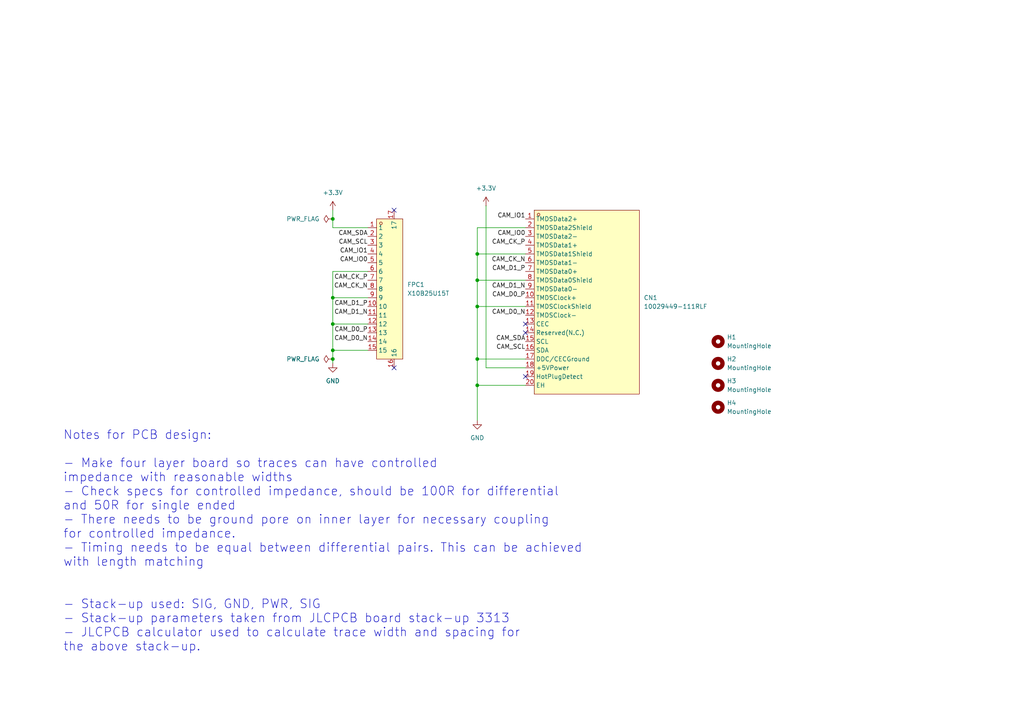
<source format=kicad_sch>
(kicad_sch (version 20231120) (generator "eeschema") (generator_version "8.0")
  (paper "A4")
  (lib_symbols
    (symbol "Mechanical:MountingHole" (pin_names (offset 1.016)) (exclude_from_sim yes) (in_bom no)
      (property "Reference" "H" (at 0 5.08 0))
      (property "Value" "MountingHole" (at 0 3.175 0))
      (symbol "MountingHole_0_1"
        (circle (center 0 0) (radius 1.27) (stroke (width 1.27)))
      )
    )
    (symbol "jlcpcb:10029449-111RLF"
      (property "Reference" "CN" (at 0 30.48 0))
      (property "Value" "10029449-111RLF" (at 0 -27.94 0))
      (symbol "10029449-111RLF_0_1"
        (rectangle (start -12.7 27.94) (end 17.78 -25.4) (fill (type background)))
        (circle (center -11.43 26.67) (radius 0.38))
        (pin unspecified line (at -15.24 25.4 0) (length 2.54) (name "TMDSData2+") (number "1"))
        (pin unspecified line (at -15.24 2.54 0) (length 2.54) (name "TMDSClock+") (number "10"))
        (pin unspecified line (at -15.24 0 0) (length 2.54) (name "TMDSClockShield") (number "11"))
        (pin unspecified line (at -15.24 -2.54 0) (length 2.54) (name "TMDSClock-") (number "12"))
        (pin unspecified line (at -15.24 -5.08 0) (length 2.54) (name "CEC") (number "13"))
        (pin unspecified line (at -15.24 -7.62 0) (length 2.54) (name "Reserved(N.C.)") (number "14"))
        (pin unspecified line (at -15.24 -10.16 0) (length 2.54) (name "SCL") (number "15"))
        (pin unspecified line (at -15.24 -12.7 0) (length 2.54) (name "SDA") (number "16"))
        (pin unspecified line (at -15.24 -15.24 0) (length 2.54) (name "DDC/CECGround") (number "17"))
        (pin unspecified line (at -15.24 -17.78 0) (length 2.54) (name "+5VPower") (number "18"))
        (pin unspecified line (at -15.24 -20.32 0) (length 2.54) (name "HotPlugDetect") (number "19"))
        (pin unspecified line (at -15.24 22.86 0) (length 2.54) (name "TMDSData2Shield") (number "2"))
        (pin unspecified line (at -15.24 -22.86 0) (length 2.54) (name "EH") (number "20"))
        (pin unspecified line (at -15.24 20.32 0) (length 2.54) (name "TMDSData2-") (number "3"))
        (pin unspecified line (at -15.24 17.78 0) (length 2.54) (name "TMDSData1+") (number "4"))
        (pin unspecified line (at -15.24 15.24 0) (length 2.54) (name "TMDSData1Shield") (number "5"))
        (pin unspecified line (at -15.24 12.7 0) (length 2.54) (name "TMDSData1-") (number "6"))
        (pin unspecified line (at -15.24 10.16 0) (length 2.54) (name "TMDSData0+") (number "7"))
        (pin unspecified line (at -15.24 7.62 0) (length 2.54) (name "TMDSData0Shield") (number "8"))
        (pin unspecified line (at -15.24 5.08 0) (length 2.54) (name "TMDSData0-") (number "9"))
      )
    )
    (symbol "jlcpcb:X10B25U15T"
      (property "Reference" "FPC" (at 0 25.4 0))
      (property "Value" "X10B25U15T" (at 0 -30.48 0))
      (symbol "X10B25U15T_0_1"
        (rectangle (start -2.54 17.78) (end 5.08 -22.86) (fill (type background)))
        (circle (center -1.27 16.51) (radius 0.38))
        (pin unspecified line (at -5.08 15.24 0) (length 2.54) (name "1") (number "1"))
        (pin unspecified line (at -5.08 -7.62 0) (length 2.54) (name "10") (number "10"))
        (pin unspecified line (at -5.08 -10.16 0) (length 2.54) (name "11") (number "11"))
        (pin unspecified line (at -5.08 -12.7 0) (length 2.54) (name "12") (number "12"))
        (pin unspecified line (at -5.08 -15.24 0) (length 2.54) (name "13") (number "13"))
        (pin unspecified line (at -5.08 -17.78 0) (length 2.54) (name "14") (number "14"))
        (pin unspecified line (at -5.08 -20.32 0) (length 2.54) (name "15") (number "15"))
        (pin unspecified line (at 2.54 -25.4 90) (length 2.54) (name "16") (number "16"))
        (pin unspecified line (at 2.54 20.32 270) (length 2.54) (name "17") (number "17"))
        (pin unspecified line (at -5.08 12.7 0) (length 2.54) (name "2") (number "2"))
        (pin unspecified line (at -5.08 10.16 0) (length 2.54) (name "3") (number "3"))
        (pin unspecified line (at -5.08 7.62 0) (length 2.54) (name "4") (number "4"))
        (pin unspecified line (at -5.08 5.08 0) (length 2.54) (name "5") (number "5"))
        (pin unspecified line (at -5.08 2.54 0) (length 2.54) (name "6") (number "6"))
        (pin unspecified line (at -5.08 0 0) (length 2.54) (name "7") (number "7"))
        (pin unspecified line (at -5.08 -2.54 0) (length 2.54) (name "8") (number "8"))
        (pin unspecified line (at -5.08 -5.08 0) (length 2.54) (name "9") (number "9"))
      )
    )
    (symbol "power:+3.3V" (power) (pin_numbers hide) (pin_names (offset 0) hide)
      (property "Value" "+3.3V" (at 0 3.556 0))
      (symbol "+3.3V_0_1"
        (polyline (pts (xy -0.762 1.27) (xy 0 2.54)))
        (polyline (pts (xy 0 0) (xy 0 2.54)))
        (polyline (pts (xy 0 2.54) (xy 0.762 1.27)))
      )
      (symbol "+3.3V_1_1"
        (pin power_in line (at 0 0 90) (length 0) (name "~") (number "1"))
      )
    )
    (symbol "power:GND" (power) (pin_numbers hide) (pin_names (offset 0) hide)
      (property "Value" "GND" (at 0 -3.81 0))
      (symbol "GND_0_1"
        (polyline (pts (xy 0 0) (xy 0 -1.27) (xy 1.27 -1.27) (xy 0 -2.54) (xy -1.27 -1.27) (xy 0 -1.27)))
      )
      (symbol "GND_1_1"
        (pin power_in line (at 0 0 270) (length 0) (name "~") (number "1"))
      )
    )
    (symbol "power:PWR_FLAG" (power) (pin_numbers hide) (pin_names (offset 0) hide)
      (property "Value" "PWR_FLAG" (at 0 3.81 0))
      (symbol "PWR_FLAG_0_0"
        (pin power_out line (at 0 0 90) (length 0) (name "~") (number "1"))
      )
      (symbol "PWR_FLAG_0_1"
        (polyline (pts (xy 0 0) (xy 0 1.27) (xy -1.016 1.905) (xy 0 2.54) (xy 1.016 1.905) (xy 0 1.27)))
      )
    )
  )
  (junction (at 138.43 73.66))
  (junction (at 138.43 81.28))
  (junction (at 138.43 111.76))
  (junction (at 96.52 104.14))
  (junction (at 96.52 86.36))
  (junction (at 138.43 88.9))
  (junction (at 96.52 93.98))
  (junction (at 96.52 101.6))
  (junction (at 96.52 63.5))
  (junction (at 138.43 104.14))
  (no_connect (at 114.3 106.68))
  (no_connect (at 152.4 93.98))
  (no_connect (at 152.4 109.22))
  (no_connect (at 152.4 96.52))
  (no_connect (at 114.3 60.96))
  (wire (pts (xy 96.52 78.74) (xy 106.68 78.74)))
  (wire (pts (xy 138.43 66.04) (xy 152.4 66.04)))
  (wire (pts (xy 138.43 104.14) (xy 152.4 104.14)))
  (wire (pts (xy 106.68 101.6) (xy 96.52 101.6)))
  (wire (pts (xy 138.43 81.28) (xy 138.43 88.9)))
  (wire (pts (xy 96.52 93.98) (xy 96.52 86.36)))
  (wire (pts (xy 96.52 93.98) (xy 106.68 93.98)))
  (wire (pts (xy 140.97 106.68) (xy 152.4 106.68)))
  (wire (pts (xy 138.43 73.66) (xy 152.4 73.66)))
  (wire (pts (xy 96.52 66.04) (xy 96.52 63.5)))
  (wire (pts (xy 138.43 111.76) (xy 138.43 121.92)))
  (wire (pts (xy 106.68 66.04) (xy 96.52 66.04)))
  (wire (pts (xy 138.43 73.66) (xy 138.43 81.28)))
  (wire (pts (xy 138.43 88.9) (xy 152.4 88.9)))
  (wire (pts (xy 96.52 60.96) (xy 96.52 63.5)))
  (wire (pts (xy 96.52 104.14) (xy 96.52 105.41)))
  (wire (pts (xy 138.43 66.04) (xy 138.43 73.66)))
  (wire (pts (xy 138.43 88.9) (xy 138.43 104.14)))
  (wire (pts (xy 140.97 59.69) (xy 140.97 106.68)))
  (wire (pts (xy 138.43 81.28) (xy 152.4 81.28)))
  (wire (pts (xy 138.43 111.76) (xy 152.4 111.76)))
  (wire (pts (xy 96.52 86.36) (xy 106.68 86.36)))
  (wire (pts (xy 96.52 101.6) (xy 96.52 104.14)))
  (wire (pts (xy 96.52 101.6) (xy 96.52 93.98)))
  (wire (pts (xy 96.52 86.36) (xy 96.52 78.74)))
  (wire (pts (xy 138.43 104.14) (xy 138.43 111.76)))
  (text "Notes for PCB design:\n\n- Make four layer board so traces can have controlled \nimpedance with reasonable widths\n- Check specs for controlled impedance, should be 100R for differential\nand 50R for single ended\n- There needs to be ground pore on inner layer for necessary coupling\nfor controlled impedance. \n- Timing needs to be equal between differential pairs. This can be achieved\nwith length matching\n\n\n- Stack-up used: SIG, GND, PWR, SIG\n- Stack-up parameters taken from JLCPCB board stack-up 3313\n- JLCPCB calculator used to calculate trace width and spacing for \nthe above stack-up.\n\n\n" (at 18.288 161.036 0) (effects (font (size 2.54 2.54)) (justify left)))
  (label "CAM_IO1" (at 152.4 63.5 180))
  (label "CAM_IO0" (at 152.4 68.58 180))
  (label "CAM_SDA" (at 152.4 99.06 180))
  (label "CAM_D1_P" (at 152.4 78.74 180))
  (label "CAM_D1_N" (at 106.68 91.44 180))
  (label "CAM_D0_N" (at 106.68 99.06 180))
  (label "CAM_CK_N" (at 106.68 83.82 180))
  (label "CAM_D0_N" (at 152.4 91.44 180))
  (label "CAM_D0_P" (at 152.4 86.36 180))
  (label "CAM_D1_P" (at 106.68 88.9 180))
  (label "CAM_IO0" (at 106.68 76.2 180))
  (label "CAM_CK_P" (at 152.4 71.12 180))
  (label "CAM_SCL" (at 152.4 101.6 180))
  (label "CAM_D0_P" (at 106.68 96.52 180))
  (label "CAM_SCL" (at 106.68 71.12 180))
  (label "CAM_D1_N" (at 152.4 83.82 180))
  (label "CAM_SDA" (at 106.68 68.58 180))
  (label "CAM_CK_P" (at 106.68 81.28 180))
  (label "CAM_IO1" (at 106.68 73.66 180))
  (label "CAM_CK_N" (at 152.4 76.2 180))
  (symbol (lib_id "jlcpcb:10029449-111RLF") (at 167.64 88.9 0) (unit 1)
    (property "Reference" "CN1" (at 186.69 86.3599 0) (effects (justify left)))
    (property "Value" "10029449-111RLF" (at 186.69 88.8999 0) (effects (justify left)))
    (property "Footprint" "jlcpcb:HDMI-SMD_10029449-001RLF" (effects (hide yes)))
    (property "LCSC Part" "C427307" (effects (hide yes)))
  )
  (symbol (lib_id "Mechanical:MountingHole") (at 208.28 118.11 0) (unit 1) (exclude_from_sim yes) (in_bom no)
    (property "Reference" "H4" (at 210.82 116.8399 0) (effects (justify left)))
    (property "Value" "MountingHole" (at 210.82 119.3799 0) (effects (justify left)))
    (property "Footprint" "MountingHole:MountingHole_2.1mm" (effects (hide yes)))
    (property "Description" "Mounting Hole without connection" (effects (hide yes)))
  )
  (symbol (lib_id "Mechanical:MountingHole") (at 208.28 111.76 0) (unit 1) (exclude_from_sim yes) (in_bom no)
    (property "Reference" "H3" (at 210.82 110.4899 0) (effects (justify left)))
    (property "Value" "MountingHole" (at 210.82 113.0299 0) (effects (justify left)))
    (property "Footprint" "MountingHole:MountingHole_2.1mm" (effects (hide yes)))
    (property "Description" "Mounting Hole without connection" (effects (hide yes)))
  )
  (symbol (lib_id "Mechanical:MountingHole") (at 208.28 105.41 0) (unit 1) (exclude_from_sim yes) (in_bom no)
    (property "Reference" "H2" (at 210.82 104.1399 0) (effects (justify left)))
    (property "Value" "MountingHole" (at 210.82 106.6799 0) (effects (justify left)))
    (property "Footprint" "MountingHole:MountingHole_2.1mm" (effects (hide yes)))
    (property "Description" "Mounting Hole without connection" (effects (hide yes)))
  )
  (symbol (lib_id "power:GND") (at 138.43 121.92 0) (unit 1)
    (property "Reference" "#PWR01" (effects (hide yes)))
    (property "Value" "GND" (at 138.43 127 0))
    (property "Description" "Power symbol creates a global label with name \"GND\" , ground" (effects (hide yes)))
  )
  (symbol (lib_id "power:PWR_FLAG") (at 96.52 104.14 90) (unit 1)
    (property "Reference" "#FLG02" (effects (hide yes)))
    (property "Value" "PWR_FLAG" (at 92.71 104.1399 90) (effects (justify left)))
    (property "Description" "Special symbol for telling ERC where power comes from" (effects (hide yes)))
  )
  (symbol (lib_id "power:+3.3V") (at 96.52 60.96 0) (unit 1)
    (property "Reference" "#PWR03" (effects (hide yes)))
    (property "Value" "+3.3V" (at 96.52 55.88 0))
    (property "Description" "Power symbol creates a global label with name \"+3.3V\"" (effects (hide yes)))
  )
  (symbol (lib_id "Mechanical:MountingHole") (at 208.28 99.06 0) (unit 1) (exclude_from_sim yes) (in_bom no)
    (property "Reference" "H1" (at 210.82 97.7899 0) (effects (justify left)))
    (property "Value" "MountingHole" (at 210.82 100.3299 0) (effects (justify left)))
    (property "Footprint" "MountingHole:MountingHole_2.1mm" (effects (hide yes)))
    (property "Description" "Mounting Hole without connection" (effects (hide yes)))
  )
  (symbol (lib_id "power:+3.3V") (at 140.97 59.69 0) (unit 1)
    (property "Reference" "#PWR04" (effects (hide yes)))
    (property "Value" "+3.3V" (at 140.97 54.61 0))
    (property "Description" "Power symbol creates a global label with name \"+3.3V\"" (effects (hide yes)))
  )
  (symbol (lib_id "power:PWR_FLAG") (at 96.52 63.5 90) (unit 1)
    (property "Reference" "#FLG01" (effects (hide yes)))
    (property "Value" "PWR_FLAG" (at 92.71 63.4999 90) (effects (justify left)))
    (property "Description" "Special symbol for telling ERC where power comes from" (effects (hide yes)))
  )
  (symbol (lib_id "power:GND") (at 96.52 105.41 0) (unit 1)
    (property "Reference" "#PWR02" (effects (hide yes)))
    (property "Value" "GND" (at 96.52 110.49 0))
    (property "Description" "Power symbol creates a global label with name \"GND\" , ground" (effects (hide yes)))
  )
  (symbol (lib_id "jlcpcb:X10B25U15T") (at 111.76 81.28 0) (unit 1)
    (property "Reference" "FPC1" (at 118.11 82.5499 0) (effects (justify left)))
    (property "Value" "X10B25U15T" (at 118.11 85.0899 0) (effects (justify left)))
    (property "Footprint" "jlcpcb:FPC-SMD_X10B25U15T" (effects (hide yes)))
    (property "Datasheet" "https://lcsc.com/product-detail/New-Arrivals_XKB-Enterprise-X10B25U15T_C500193.html" (effects (hide yes)))
    (property "LCSC Part" "C500193" (effects (hide yes)))
  )
)
</source>
